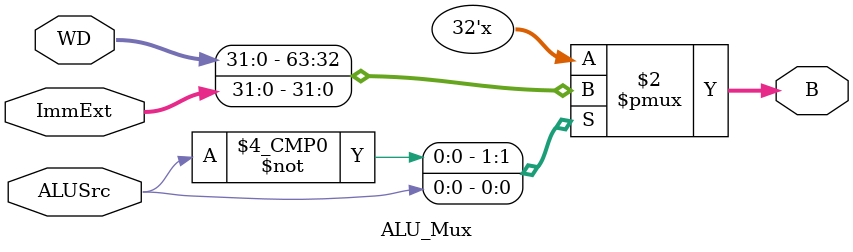
<source format=v>
module ALU_Mux(
    input [31:0] WD,
    input [31:0] ImmExt,
    input ALUSrc,
    output reg [31:0] B
);

    always@(*) begin
        case (ALUSrc)
            1'b0 : B = WD;
            1'b1 : B = ImmExt;
        endcase
    end
    
endmodule
</source>
